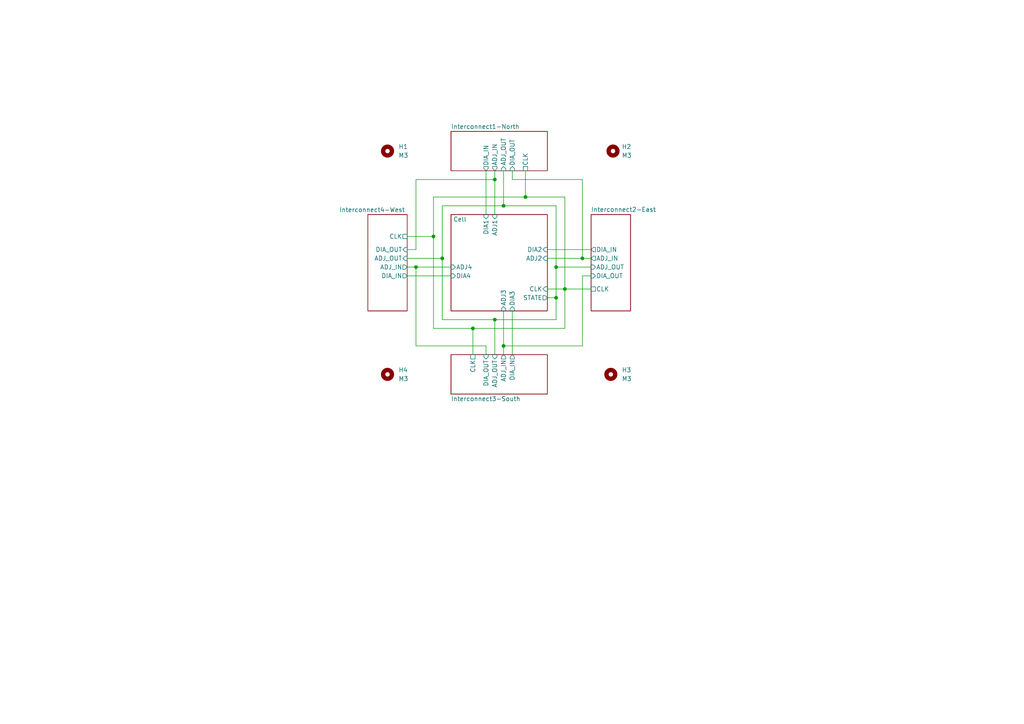
<source format=kicad_sch>
(kicad_sch (version 20211123) (generator eeschema)
  (paper "A4")
  (lib_symbols
    (symbol "Mechanical:MountingHole" (pin_names (offset 1.016))
      (property "Reference" "H" (at 0 5.08 0))
      (property "Value" "MountingHole" (at 0 3.175 0))
      (symbol "MountingHole_0_1"
        (circle (center 0 0) (radius 1.27) (stroke (width 1.27)))
      )
    )
  )
  (junction (at 161.29 86.36))
  (junction (at 128.27 74.93))
  (junction (at 125.73 68.58))
  (junction (at 146.05 59.69))
  (junction (at 137.16 95.25))
  (junction (at 163.83 83.82))
  (junction (at 161.29 77.47))
  (junction (at 143.51 92.71))
  (junction (at 168.91 74.93))
  (junction (at 152.4 57.15))
  (junction (at 120.65 77.47))
  (junction (at 146.05 100.33))
  (junction (at 143.51 52.07))
  (wire (pts (xy 143.51 49.53) (xy 143.51 52.07)))
  (wire (pts (xy 125.73 68.58) (xy 125.73 57.15)))
  (wire (pts (xy 120.65 72.39) (xy 118.11 72.39)))
  (wire (pts (xy 146.05 59.69) (xy 161.29 59.69)))
  (wire (pts (xy 120.65 100.33) (xy 140.97 100.33)))
  (wire (pts (xy 143.51 92.71) (xy 128.27 92.71)))
  (wire (pts (xy 128.27 59.69) (xy 146.05 59.69)))
  (wire (pts (xy 146.05 90.17) (xy 146.05 100.33)))
  (wire (pts (xy 137.16 95.25) (xy 125.73 95.25)))
  (wire (pts (xy 118.11 77.47) (xy 120.65 77.47)))
  (wire (pts (xy 137.16 95.25) (xy 137.16 102.87)))
  (wire (pts (xy 128.27 74.93) (xy 128.27 59.69)))
  (wire (pts (xy 118.11 74.93) (xy 128.27 74.93)))
  (wire (pts (xy 118.11 80.01) (xy 130.81 80.01)))
  (wire (pts (xy 120.65 77.47) (xy 130.81 77.47)))
  (wire (pts (xy 143.51 52.07) (xy 143.51 62.23)))
  (wire (pts (xy 125.73 95.25) (xy 125.73 68.58)))
  (wire (pts (xy 163.83 83.82) (xy 163.83 95.25)))
  (wire (pts (xy 168.91 74.93) (xy 168.91 52.07)))
  (wire (pts (xy 158.75 86.36) (xy 161.29 86.36)))
  (wire (pts (xy 163.83 83.82) (xy 171.45 83.82)))
  (wire (pts (xy 161.29 92.71) (xy 143.51 92.71)))
  (wire (pts (xy 158.75 83.82) (xy 163.83 83.82)))
  (wire (pts (xy 143.51 52.07) (xy 120.65 52.07)))
  (wire (pts (xy 168.91 80.01) (xy 171.45 80.01)))
  (wire (pts (xy 148.59 52.07) (xy 148.59 49.53)))
  (wire (pts (xy 140.97 49.53) (xy 140.97 62.23)))
  (wire (pts (xy 146.05 49.53) (xy 146.05 59.69)))
  (wire (pts (xy 161.29 86.36) (xy 161.29 92.71)))
  (wire (pts (xy 163.83 95.25) (xy 137.16 95.25)))
  (wire (pts (xy 152.4 57.15) (xy 163.83 57.15)))
  (wire (pts (xy 125.73 57.15) (xy 152.4 57.15)))
  (wire (pts (xy 120.65 52.07) (xy 120.65 72.39)))
  (wire (pts (xy 161.29 77.47) (xy 171.45 77.47)))
  (wire (pts (xy 168.91 74.93) (xy 171.45 74.93)))
  (wire (pts (xy 118.11 68.58) (xy 125.73 68.58)))
  (wire (pts (xy 140.97 100.33) (xy 140.97 102.87)))
  (wire (pts (xy 146.05 100.33) (xy 168.91 100.33)))
  (wire (pts (xy 161.29 59.69) (xy 161.29 77.47)))
  (wire (pts (xy 128.27 92.71) (xy 128.27 74.93)))
  (wire (pts (xy 146.05 100.33) (xy 146.05 102.87)))
  (wire (pts (xy 168.91 52.07) (xy 148.59 52.07)))
  (wire (pts (xy 120.65 77.47) (xy 120.65 100.33)))
  (wire (pts (xy 158.75 72.39) (xy 171.45 72.39)))
  (wire (pts (xy 143.51 92.71) (xy 143.51 102.87)))
  (wire (pts (xy 152.4 49.53) (xy 152.4 57.15)))
  (wire (pts (xy 161.29 77.47) (xy 161.29 86.36)))
  (wire (pts (xy 163.83 57.15) (xy 163.83 83.82)))
  (wire (pts (xy 168.91 100.33) (xy 168.91 80.01)))
  (wire (pts (xy 158.75 74.93) (xy 168.91 74.93)))
  (wire (pts (xy 148.59 90.17) (xy 148.59 102.87)))
  (symbol (lib_id "Mechanical:MountingHole") (at 112.395 43.815 0) (unit 1)
    (property "Reference" "H1" (at 115.57 42.5449 0) (effects (justify left)))
    (property "Value" "M3" (at 115.57 45.0849 0) (effects (justify left)))
    (property "Footprint" "MountingHole:MountingHole_3.2mm_M3_Pad" (effects hide))
  )
  (symbol (lib_id "Mechanical:MountingHole") (at 177.165 108.585 0) (unit 1)
    (property "Reference" "H3" (at 180.34 107.3149 0) (effects (justify left)))
    (property "Value" "M3" (at 180.34 109.8549 0) (effects (justify left)))
    (property "Footprint" "MountingHole:MountingHole_3.2mm_M3_Pad" (effects hide))
  )
  (symbol (lib_id "Mechanical:MountingHole") (at 177.8 43.815 0) (unit 1)
    (property "Reference" "H2" (at 180.34 42.5449 0) (effects (justify left)))
    (property "Value" "M3" (at 180.34 45.0849 0) (effects (justify left)))
    (property "Footprint" "MountingHole:MountingHole_3.2mm_M3_Pad" (effects hide))
  )
  (symbol (lib_id "Mechanical:MountingHole") (at 112.395 108.585 0) (unit 1)
    (property "Reference" "H4" (at 115.57 107.3149 0) (effects (justify left)))
    (property "Value" "M3" (at 115.57 109.8549 0) (effects (justify left)))
    (property "Footprint" "MountingHole:MountingHole_3.2mm_M3_Pad" (effects hide))
  )
  (sheet (at 130.81 38.1) (size 27.94 11.43) (stroke (width 0.1524))
    (property "Sheet name" "Interconnect1-North" (at 130.81 37.465 0) (effects (justify left bottom)))
    (property "Sheet file" "Interconnect.kicad_sch" (effects hide))
    (pin "ADJ_IN" output (at 143.51 49.53 270))
    (pin "DIA_IN" output (at 140.97 49.53 270))
    (pin "ADJ_OUT" input (at 146.05 49.53 270))
    (pin "DIA_OUT" input (at 148.59 49.53 270))
    (pin "CLK" passive (at 152.4 49.53 270))
  )
  (sheet (at 171.45 62.23) (size 11.43 27.94) (stroke (width 0.1524))
    (property "Sheet name" "Interconnect2-East" (at 171.45 61.5184 0) (effects (justify left bottom)))
    (property "Sheet file" "Interconnect.kicad_sch" (effects hide))
    (pin "ADJ_IN" output (at 171.45 74.93 180))
    (pin "DIA_IN" output (at 171.45 72.39 180))
    (pin "ADJ_OUT" input (at 171.45 77.47 180))
    (pin "DIA_OUT" input (at 171.45 80.01 180))
    (pin "CLK" passive (at 171.45 83.82 180))
  )
  (sheet (at 106.68 62.23) (size 11.43 27.94) (stroke (width 0.1524))
    (property "Sheet name" "Interconnect4-West" (at 117.475 61.595 0) (effects (justify right bottom)))
    (property "Sheet file" "Interconnect.kicad_sch" (effects hide))
    (pin "ADJ_IN" output (at 118.11 77.47 0))
    (pin "DIA_IN" output (at 118.11 80.01 0))
    (pin "ADJ_OUT" input (at 118.11 74.93 0))
    (pin "DIA_OUT" input (at 118.11 72.39 0))
    (pin "CLK" passive (at 118.11 68.58 0))
  )
  (sheet (at 130.81 62.23) (size 27.94 27.94) (stroke (width 0.1524))
    (property "Sheet name" "Cell" (at 131.445 62.865 0) (effects (justify left top)))
    (property "Sheet file" "Cell.kicad_sch" (effects hide))
    (pin "DIA1" input (at 140.97 62.23 90))
    (pin "DIA3" input (at 148.59 90.17 270))
    (pin "ADJ2" input (at 158.75 74.93 0))
    (pin "ADJ1" input (at 143.51 62.23 90))
    (pin "ADJ3" input (at 146.05 90.17 270))
    (pin "DIA2" input (at 158.75 72.39 0))
    (pin "DIA4" input (at 130.81 80.01 180))
    (pin "CLK" input (at 158.75 83.82 0))
    (pin "STATE" output (at 158.75 86.36 0))
    (pin "ADJ4" input (at 130.81 77.47 180))
  )
  (sheet (at 130.81 102.87) (size 27.94 11.43) (stroke (width 0.1524))
    (property "Sheet name" "Interconnect3-South" (at 130.81 114.935 0) (effects (justify left top)))
    (property "Sheet file" "Interconnect.kicad_sch" (effects hide))
    (pin "ADJ_IN" output (at 146.05 102.87 90))
    (pin "DIA_IN" output (at 148.59 102.87 90))
    (pin "ADJ_OUT" input (at 143.51 102.87 90))
    (pin "DIA_OUT" input (at 140.97 102.87 90))
    (pin "CLK" passive (at 137.16 102.87 90))
  )
)
</source>
